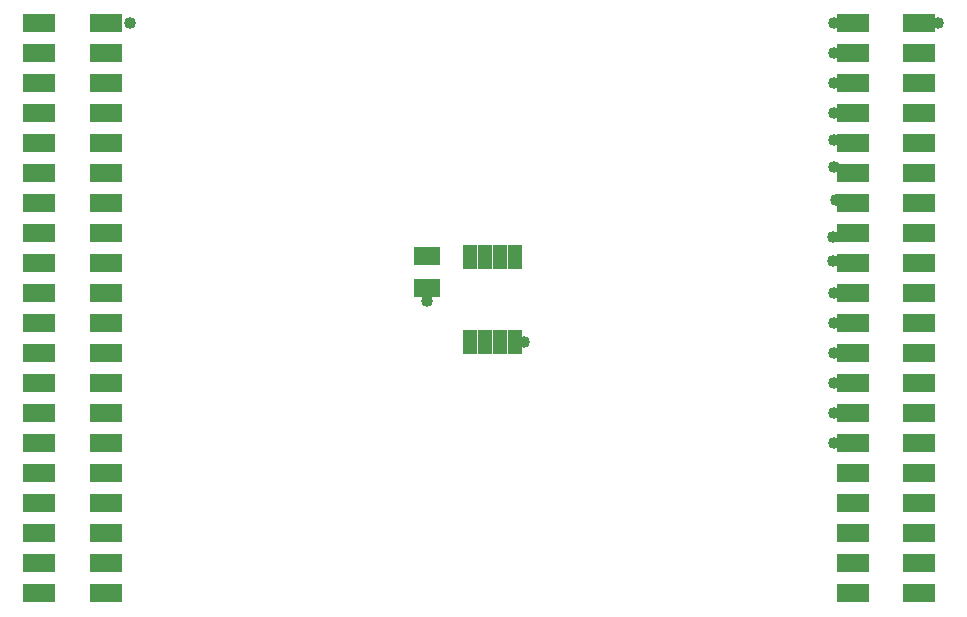
<source format=gts>
G04*
G04 #@! TF.GenerationSoftware,Altium Limited,Altium Designer,22.2.1 (43)*
G04*
G04 Layer_Color=8388736*
%FSLAX25Y25*%
%MOIN*%
G70*
G04*
G04 #@! TF.SameCoordinates,1B7B67EA-CCA2-4B2F-947C-80FE74C8BE87*
G04*
G04*
G04 #@! TF.FilePolarity,Negative*
G04*
G01*
G75*
%ADD13R,0.10740X0.06016*%
%ADD14R,0.04559X0.08496*%
%ADD15R,0.08693X0.06331*%
%ADD16C,0.04000*%
D13*
X294140Y192900D02*
D03*
Y182900D02*
D03*
Y172900D02*
D03*
Y162900D02*
D03*
Y152900D02*
D03*
Y142900D02*
D03*
Y132900D02*
D03*
Y122900D02*
D03*
Y112900D02*
D03*
Y102900D02*
D03*
Y42900D02*
D03*
X316384D02*
D03*
X294140Y52900D02*
D03*
X316384D02*
D03*
X294140Y62900D02*
D03*
X316384D02*
D03*
X294140Y72900D02*
D03*
X316384D02*
D03*
X294140Y82900D02*
D03*
X316384D02*
D03*
X294140Y92900D02*
D03*
X316384D02*
D03*
Y102900D02*
D03*
Y112900D02*
D03*
Y122900D02*
D03*
Y132900D02*
D03*
Y142900D02*
D03*
Y152900D02*
D03*
Y162900D02*
D03*
Y172900D02*
D03*
Y182900D02*
D03*
Y192900D02*
D03*
X294140Y202900D02*
D03*
X316384D02*
D03*
X294140Y212900D02*
D03*
X316384D02*
D03*
X294140Y222900D02*
D03*
X316384D02*
D03*
X294140Y232900D02*
D03*
X316384D02*
D03*
X23016Y42900D02*
D03*
X45260D02*
D03*
X23016Y52900D02*
D03*
X45260D02*
D03*
X23016Y62900D02*
D03*
X45260D02*
D03*
X23016Y72900D02*
D03*
X45260D02*
D03*
X23016Y82900D02*
D03*
X45260D02*
D03*
X23016Y92900D02*
D03*
X45260D02*
D03*
X23016Y102900D02*
D03*
X45260D02*
D03*
X23016Y112900D02*
D03*
X45260D02*
D03*
X23016Y122900D02*
D03*
X45260D02*
D03*
X23016Y132900D02*
D03*
X45260D02*
D03*
X23016Y142900D02*
D03*
X45260D02*
D03*
X23016Y152900D02*
D03*
X45260D02*
D03*
X23016Y162900D02*
D03*
X45260D02*
D03*
X23016Y172900D02*
D03*
X45260D02*
D03*
X23016Y182900D02*
D03*
X45260D02*
D03*
X23016Y192900D02*
D03*
X45260D02*
D03*
X23016Y202900D02*
D03*
X45260D02*
D03*
X23016Y212900D02*
D03*
X45260D02*
D03*
X23016Y222900D02*
D03*
X45260D02*
D03*
X23016Y232900D02*
D03*
X45260D02*
D03*
D14*
X166700Y155046D02*
D03*
X171700D02*
D03*
X176700D02*
D03*
X181700D02*
D03*
Y126700D02*
D03*
X176700D02*
D03*
X171700D02*
D03*
X166700D02*
D03*
D15*
X152400Y155315D02*
D03*
Y144685D02*
D03*
D16*
X287990Y212900D02*
D03*
Y202900D02*
D03*
Y193900D02*
D03*
X184594Y126700D02*
D03*
X322534Y232900D02*
D03*
X53300D02*
D03*
X152400Y140348D02*
D03*
X287990Y232900D02*
D03*
Y222900D02*
D03*
Y92900D02*
D03*
Y102900D02*
D03*
Y112900D02*
D03*
Y122900D02*
D03*
Y132900D02*
D03*
Y142900D02*
D03*
X287800Y153800D02*
D03*
Y161800D02*
D03*
X288491Y173900D02*
D03*
X287990Y184900D02*
D03*
M02*

</source>
